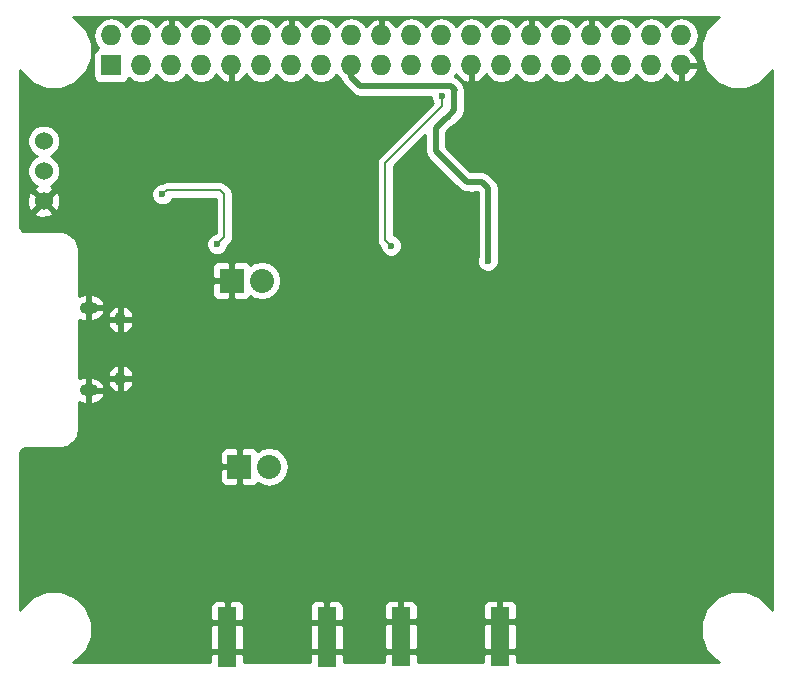
<source format=gbr>
G04 #@! TF.FileFunction,Copper,L2,Bot,Signal*
%FSLAX46Y46*%
G04 Gerber Fmt 4.6, Leading zero omitted, Abs format (unit mm)*
G04 Created by KiCad (PCBNEW 4.0.4-stable) date 04/06/17 21:17:55*
%MOMM*%
%LPD*%
G01*
G04 APERTURE LIST*
%ADD10C,0.100000*%
%ADD11R,1.727200X1.727200*%
%ADD12O,1.727200X1.727200*%
%ADD13O,0.950000X1.250000*%
%ADD14O,1.550000X1.000000*%
%ADD15R,2.032000X2.032000*%
%ADD16O,2.032000X2.032000*%
%ADD17C,1.524000*%
%ADD18R,1.600000X2.500000*%
%ADD19C,0.600000*%
%ADD20C,0.250000*%
%ADD21C,0.200000*%
%ADD22C,0.500000*%
%ADD23C,0.254000*%
G04 APERTURE END LIST*
D10*
D11*
X83110000Y-98290000D03*
D12*
X83110000Y-95750000D03*
X85650000Y-98290000D03*
X85650000Y-95750000D03*
X88190000Y-98290000D03*
X88190000Y-95750000D03*
X90730000Y-98290000D03*
X90730000Y-95750000D03*
X93270000Y-98290000D03*
X93270000Y-95750000D03*
X95810000Y-98290000D03*
X95810000Y-95750000D03*
X98350000Y-98290000D03*
X98350000Y-95750000D03*
X100890000Y-98290000D03*
X100890000Y-95750000D03*
X103430000Y-98290000D03*
X103430000Y-95750000D03*
X105970000Y-98290000D03*
X105970000Y-95750000D03*
X108510000Y-98290000D03*
X108510000Y-95750000D03*
X111050000Y-98290000D03*
X111050000Y-95750000D03*
X113590000Y-98290000D03*
X113590000Y-95750000D03*
X116130000Y-98290000D03*
X116130000Y-95750000D03*
X118670000Y-98290000D03*
X118670000Y-95750000D03*
X121210000Y-98290000D03*
X121210000Y-95750000D03*
X123750000Y-98290000D03*
X123750000Y-95750000D03*
X126290000Y-98290000D03*
X126290000Y-95750000D03*
X128830000Y-98290000D03*
X128830000Y-95750000D03*
X131370000Y-98290000D03*
X131370000Y-95750000D03*
D13*
X83902540Y-119799100D03*
X83902540Y-124799100D03*
D14*
X81202540Y-118799100D03*
X81202540Y-125799100D03*
D15*
X93310000Y-116510000D03*
D16*
X95850000Y-116510000D03*
D17*
X77400000Y-107240000D03*
X77400000Y-104700000D03*
X77400000Y-109780000D03*
D18*
X101350000Y-145450000D03*
X101350000Y-147950000D03*
X92950000Y-145450000D03*
X92950000Y-147950000D03*
X116025000Y-145400000D03*
X116025000Y-147900000D03*
X107625000Y-145400000D03*
X107625000Y-147900000D03*
D15*
X93970000Y-132280000D03*
D16*
X96510000Y-132280000D03*
D19*
X104200000Y-103400000D03*
X99950000Y-107850000D03*
X92600000Y-124100000D03*
X87400000Y-124500000D03*
X105200000Y-112150000D03*
X117450000Y-109650000D03*
X95050000Y-103550000D03*
X95050000Y-107100000D03*
X97600000Y-105250000D03*
X98550000Y-106700000D03*
X100150000Y-109500000D03*
X101800000Y-111400000D03*
X97500000Y-110200000D03*
X92600000Y-125100000D03*
X91700000Y-135300000D03*
X93000000Y-136500000D03*
X117500000Y-112500000D03*
X117000000Y-113500000D03*
X117000000Y-115000000D03*
X117000000Y-116500000D03*
X115500000Y-116500000D03*
X114000000Y-116500000D03*
X113500000Y-117500000D03*
X113500000Y-119000000D03*
X113500000Y-120500000D03*
X113500000Y-122000000D03*
X113500000Y-123500000D03*
X114000000Y-124500000D03*
X115500000Y-124500000D03*
X115500000Y-126000000D03*
X115500000Y-127500000D03*
X114000000Y-127500000D03*
X114000000Y-129000000D03*
X114000000Y-130500000D03*
X115500000Y-130500000D03*
X115500000Y-132500000D03*
X115500000Y-134000000D03*
X114000000Y-134000000D03*
X114000000Y-136000000D03*
X114000000Y-137500000D03*
X114000000Y-139000000D03*
X114000000Y-140500000D03*
X114000000Y-142000000D03*
X114000000Y-143500000D03*
X114000000Y-145000000D03*
X114000000Y-146500000D03*
X114000000Y-148000000D03*
X105500000Y-115500000D03*
X104500000Y-117000000D03*
X103500000Y-118000000D03*
X103500000Y-119500000D03*
X103500000Y-121000000D03*
X103500000Y-122500000D03*
X104500000Y-123000000D03*
X106000000Y-123000000D03*
X107500000Y-120500000D03*
X107500000Y-122000000D03*
X107500000Y-123000000D03*
X107500000Y-124500000D03*
X107500000Y-125500000D03*
X107000000Y-126500000D03*
X106000000Y-127500000D03*
X105000000Y-128500000D03*
X104000000Y-130000000D03*
X103000000Y-131000000D03*
X102000000Y-132000000D03*
X101000000Y-133000000D03*
X100000000Y-134000000D03*
X99000000Y-135000000D03*
X98000000Y-136000000D03*
X97000000Y-137000000D03*
X96000000Y-138000000D03*
X95500000Y-139000000D03*
X95000000Y-140000000D03*
X95000000Y-141500000D03*
X95000000Y-143000000D03*
X95000000Y-144500000D03*
X95000000Y-146500000D03*
X95000000Y-148000000D03*
X109500000Y-148000000D03*
X109500000Y-146500000D03*
X109500000Y-145000000D03*
X110000000Y-144000000D03*
X110000000Y-142500000D03*
X110000000Y-141000000D03*
X110000000Y-139500000D03*
X110000000Y-138000000D03*
X110000000Y-136500000D03*
X110000000Y-135000000D03*
X110000000Y-133500000D03*
X110000000Y-132000000D03*
X110000000Y-130500000D03*
X110000000Y-128500000D03*
X109500000Y-129500000D03*
X108500000Y-130500000D03*
X107500000Y-131500000D03*
X106500000Y-132500000D03*
X105500000Y-133500000D03*
X104500000Y-134500000D03*
X103500000Y-135500000D03*
X102500000Y-136500000D03*
X101500000Y-137500000D03*
X100500000Y-138500000D03*
X99500000Y-139500000D03*
X99000000Y-140500000D03*
X99000000Y-142000000D03*
X99000000Y-143500000D03*
X99000000Y-145000000D03*
X99000000Y-146500000D03*
X99000000Y-148000000D03*
X87450000Y-109200000D03*
X92075000Y-113425000D03*
X115000000Y-114850000D03*
X113600000Y-108150000D03*
X111100000Y-100900000D03*
X106800000Y-113550000D03*
D20*
X104200000Y-105400000D02*
X104200000Y-103400000D01*
X98500000Y-107850000D02*
X99950000Y-107850000D01*
X92700000Y-123000000D02*
X92700000Y-124000000D01*
X92700000Y-124000000D02*
X92600000Y-124100000D01*
X87500000Y-123000000D02*
X87500000Y-124400000D01*
X87500000Y-124400000D02*
X87400000Y-124500000D01*
X117450000Y-109650000D02*
X117450000Y-112450000D01*
X117450000Y-112450000D02*
X117500000Y-112500000D01*
X116025000Y-147900000D02*
X114100000Y-147900000D01*
X117500000Y-113000000D02*
X117500000Y-112500000D01*
X117000000Y-113500000D02*
X117500000Y-113000000D01*
X117000000Y-116500000D02*
X117000000Y-115000000D01*
X114000000Y-116500000D02*
X115500000Y-116500000D01*
X113500000Y-119000000D02*
X113500000Y-117500000D01*
X113500000Y-122000000D02*
X113500000Y-120500000D01*
X113500000Y-124000000D02*
X113500000Y-123500000D01*
X114000000Y-124500000D02*
X113500000Y-124000000D01*
X115500000Y-126000000D02*
X115500000Y-124500000D01*
X114000000Y-127500000D02*
X115500000Y-127500000D01*
X114000000Y-130500000D02*
X114000000Y-129000000D01*
X115500000Y-132500000D02*
X115500000Y-130500000D01*
X114000000Y-134000000D02*
X115500000Y-134000000D01*
X114000000Y-137500000D02*
X114000000Y-136000000D01*
X114000000Y-140500000D02*
X114000000Y-139000000D01*
X114000000Y-143500000D02*
X114000000Y-142000000D01*
X114000000Y-146500000D02*
X114000000Y-145000000D01*
X114100000Y-147900000D02*
X114000000Y-148000000D01*
X105500000Y-116000000D02*
X105500000Y-115500000D01*
X104500000Y-117000000D02*
X105500000Y-116000000D01*
X103500000Y-119500000D02*
X103500000Y-118000000D01*
X103500000Y-122500000D02*
X103500000Y-121000000D01*
X106000000Y-123000000D02*
X104500000Y-123000000D01*
X107500000Y-122000000D02*
X107500000Y-120500000D01*
X107500000Y-124500000D02*
X107500000Y-123000000D01*
X107500000Y-126000000D02*
X107500000Y-125500000D01*
X107000000Y-126500000D02*
X107500000Y-126000000D01*
X105000000Y-128500000D02*
X106000000Y-127500000D01*
X103000000Y-131000000D02*
X104000000Y-130000000D01*
X101000000Y-133000000D02*
X102000000Y-132000000D01*
X99000000Y-135000000D02*
X100000000Y-134000000D01*
X97000000Y-137000000D02*
X98000000Y-136000000D01*
X96000000Y-138500000D02*
X96000000Y-138000000D01*
X95500000Y-139000000D02*
X96000000Y-138500000D01*
X95000000Y-141500000D02*
X95000000Y-140000000D01*
X95000000Y-144500000D02*
X95000000Y-143000000D01*
X95000000Y-148000000D02*
X95000000Y-146500000D01*
X109400000Y-147900000D02*
X107625000Y-147900000D01*
X109500000Y-148000000D02*
X109400000Y-147900000D01*
X109500000Y-145000000D02*
X109500000Y-146500000D01*
X110000000Y-142500000D02*
X110000000Y-144000000D01*
X110000000Y-139500000D02*
X110000000Y-141000000D01*
X110000000Y-136500000D02*
X110000000Y-138000000D01*
X110000000Y-133500000D02*
X110000000Y-135000000D01*
X110000000Y-130500000D02*
X110000000Y-132000000D01*
X110000000Y-129000000D02*
X110000000Y-128500000D01*
X109500000Y-129500000D02*
X110000000Y-129000000D01*
X107500000Y-131500000D02*
X108500000Y-130500000D01*
X105500000Y-133500000D02*
X106500000Y-132500000D01*
X103500000Y-135500000D02*
X104500000Y-134500000D01*
X101500000Y-137500000D02*
X102500000Y-136500000D01*
X99500000Y-139500000D02*
X100500000Y-138500000D01*
X99000000Y-142000000D02*
X99000000Y-140500000D01*
X99000000Y-145000000D02*
X99000000Y-143500000D01*
X99000000Y-148000000D02*
X99000000Y-146500000D01*
D21*
X87450000Y-109200000D02*
X87800000Y-108850000D01*
X87800000Y-108850000D02*
X92350000Y-108850000D01*
X92350000Y-108850000D02*
X92700000Y-109200000D01*
X92700000Y-109200000D02*
X92700000Y-112800000D01*
X92700000Y-112800000D02*
X92075000Y-113425000D01*
D22*
X111550000Y-102700000D02*
X111450000Y-102700000D01*
X112175000Y-102075000D02*
X111550000Y-102700000D01*
X112175000Y-100325000D02*
X112175000Y-102075000D01*
X113200000Y-108150000D02*
X113600000Y-108150000D01*
X110600000Y-105550000D02*
X113200000Y-108150000D01*
X110600000Y-103550000D02*
X110600000Y-105550000D01*
X111450000Y-102700000D02*
X110600000Y-103550000D01*
X113600000Y-108150000D02*
X114500000Y-108150000D01*
X114500000Y-108150000D02*
X115050000Y-108700000D01*
X115050000Y-108700000D02*
X115050000Y-114800000D01*
X115050000Y-114800000D02*
X115000000Y-114850000D01*
X103430000Y-98290000D02*
X103430000Y-99280000D01*
X111900000Y-100050000D02*
X112175000Y-100325000D01*
X112175000Y-100325000D02*
X112200000Y-100350000D01*
X104200000Y-100050000D02*
X111900000Y-100050000D01*
X103430000Y-99280000D02*
X104200000Y-100050000D01*
D21*
X111100000Y-100900000D02*
X111100000Y-101750000D01*
X106325000Y-113075000D02*
X106800000Y-113550000D01*
X106325000Y-106525000D02*
X106325000Y-113075000D01*
X111100000Y-101750000D02*
X106325000Y-106525000D01*
D23*
G36*
X134414439Y-94282687D02*
X133505877Y-95189664D01*
X133013561Y-96375294D01*
X133012441Y-97659074D01*
X133502687Y-98845561D01*
X134409664Y-99754123D01*
X135595294Y-100246439D01*
X136879074Y-100247559D01*
X138065561Y-99757313D01*
X138974123Y-98850336D01*
X139055000Y-98655562D01*
X139055000Y-144382456D01*
X138977313Y-144194439D01*
X138070336Y-143285877D01*
X136884706Y-142793561D01*
X135600926Y-142792441D01*
X134414439Y-143282687D01*
X133505877Y-144189664D01*
X133013561Y-145375294D01*
X133012441Y-146659074D01*
X133502687Y-147845561D01*
X134409664Y-148754123D01*
X134604438Y-148835000D01*
X117460000Y-148835000D01*
X117460000Y-148185750D01*
X117301250Y-148027000D01*
X116152000Y-148027000D01*
X116152000Y-148047000D01*
X115898000Y-148047000D01*
X115898000Y-148027000D01*
X114748750Y-148027000D01*
X114590000Y-148185750D01*
X114590000Y-148835000D01*
X109060000Y-148835000D01*
X109060000Y-148185750D01*
X108901250Y-148027000D01*
X107752000Y-148027000D01*
X107752000Y-148047000D01*
X107498000Y-148047000D01*
X107498000Y-148027000D01*
X106348750Y-148027000D01*
X106190000Y-148185750D01*
X106190000Y-148835000D01*
X102785000Y-148835000D01*
X102785000Y-148235750D01*
X102626250Y-148077000D01*
X101477000Y-148077000D01*
X101477000Y-148097000D01*
X101223000Y-148097000D01*
X101223000Y-148077000D01*
X100073750Y-148077000D01*
X99915000Y-148235750D01*
X99915000Y-148835000D01*
X94385000Y-148835000D01*
X94385000Y-148235750D01*
X94226250Y-148077000D01*
X93077000Y-148077000D01*
X93077000Y-148097000D01*
X92823000Y-148097000D01*
X92823000Y-148077000D01*
X91673750Y-148077000D01*
X91515000Y-148235750D01*
X91515000Y-148835000D01*
X79877544Y-148835000D01*
X80065561Y-148757313D01*
X80974123Y-147850336D01*
X81466439Y-146664706D01*
X81467249Y-145735750D01*
X91515000Y-145735750D01*
X91515000Y-147664250D01*
X91673750Y-147823000D01*
X92823000Y-147823000D01*
X92823000Y-145577000D01*
X93077000Y-145577000D01*
X93077000Y-147823000D01*
X94226250Y-147823000D01*
X94385000Y-147664250D01*
X94385000Y-145735750D01*
X99915000Y-145735750D01*
X99915000Y-147664250D01*
X100073750Y-147823000D01*
X101223000Y-147823000D01*
X101223000Y-145577000D01*
X101477000Y-145577000D01*
X101477000Y-147823000D01*
X102626250Y-147823000D01*
X102785000Y-147664250D01*
X102785000Y-145735750D01*
X102735000Y-145685750D01*
X106190000Y-145685750D01*
X106190000Y-147614250D01*
X106348750Y-147773000D01*
X107498000Y-147773000D01*
X107498000Y-145527000D01*
X107752000Y-145527000D01*
X107752000Y-147773000D01*
X108901250Y-147773000D01*
X109060000Y-147614250D01*
X109060000Y-145685750D01*
X114590000Y-145685750D01*
X114590000Y-147614250D01*
X114748750Y-147773000D01*
X115898000Y-147773000D01*
X115898000Y-145527000D01*
X116152000Y-145527000D01*
X116152000Y-147773000D01*
X117301250Y-147773000D01*
X117460000Y-147614250D01*
X117460000Y-145685750D01*
X117301250Y-145527000D01*
X116152000Y-145527000D01*
X115898000Y-145527000D01*
X114748750Y-145527000D01*
X114590000Y-145685750D01*
X109060000Y-145685750D01*
X108901250Y-145527000D01*
X107752000Y-145527000D01*
X107498000Y-145527000D01*
X106348750Y-145527000D01*
X106190000Y-145685750D01*
X102735000Y-145685750D01*
X102626250Y-145577000D01*
X101477000Y-145577000D01*
X101223000Y-145577000D01*
X100073750Y-145577000D01*
X99915000Y-145735750D01*
X94385000Y-145735750D01*
X94226250Y-145577000D01*
X93077000Y-145577000D01*
X92823000Y-145577000D01*
X91673750Y-145577000D01*
X91515000Y-145735750D01*
X81467249Y-145735750D01*
X81467559Y-145380926D01*
X80977313Y-144194439D01*
X80856775Y-144073690D01*
X91515000Y-144073690D01*
X91515000Y-145164250D01*
X91673750Y-145323000D01*
X92823000Y-145323000D01*
X92823000Y-143723750D01*
X93077000Y-143723750D01*
X93077000Y-145323000D01*
X94226250Y-145323000D01*
X94385000Y-145164250D01*
X94385000Y-144073690D01*
X99915000Y-144073690D01*
X99915000Y-145164250D01*
X100073750Y-145323000D01*
X101223000Y-145323000D01*
X101223000Y-143723750D01*
X101477000Y-143723750D01*
X101477000Y-145323000D01*
X102626250Y-145323000D01*
X102785000Y-145164250D01*
X102785000Y-144073690D01*
X102764290Y-144023690D01*
X106190000Y-144023690D01*
X106190000Y-145114250D01*
X106348750Y-145273000D01*
X107498000Y-145273000D01*
X107498000Y-143673750D01*
X107752000Y-143673750D01*
X107752000Y-145273000D01*
X108901250Y-145273000D01*
X109060000Y-145114250D01*
X109060000Y-144023690D01*
X114590000Y-144023690D01*
X114590000Y-145114250D01*
X114748750Y-145273000D01*
X115898000Y-145273000D01*
X115898000Y-143673750D01*
X116152000Y-143673750D01*
X116152000Y-145273000D01*
X117301250Y-145273000D01*
X117460000Y-145114250D01*
X117460000Y-144023690D01*
X117363327Y-143790301D01*
X117184698Y-143611673D01*
X116951309Y-143515000D01*
X116310750Y-143515000D01*
X116152000Y-143673750D01*
X115898000Y-143673750D01*
X115739250Y-143515000D01*
X115098691Y-143515000D01*
X114865302Y-143611673D01*
X114686673Y-143790301D01*
X114590000Y-144023690D01*
X109060000Y-144023690D01*
X108963327Y-143790301D01*
X108784698Y-143611673D01*
X108551309Y-143515000D01*
X107910750Y-143515000D01*
X107752000Y-143673750D01*
X107498000Y-143673750D01*
X107339250Y-143515000D01*
X106698691Y-143515000D01*
X106465302Y-143611673D01*
X106286673Y-143790301D01*
X106190000Y-144023690D01*
X102764290Y-144023690D01*
X102688327Y-143840301D01*
X102509698Y-143661673D01*
X102276309Y-143565000D01*
X101635750Y-143565000D01*
X101477000Y-143723750D01*
X101223000Y-143723750D01*
X101064250Y-143565000D01*
X100423691Y-143565000D01*
X100190302Y-143661673D01*
X100011673Y-143840301D01*
X99915000Y-144073690D01*
X94385000Y-144073690D01*
X94288327Y-143840301D01*
X94109698Y-143661673D01*
X93876309Y-143565000D01*
X93235750Y-143565000D01*
X93077000Y-143723750D01*
X92823000Y-143723750D01*
X92664250Y-143565000D01*
X92023691Y-143565000D01*
X91790302Y-143661673D01*
X91611673Y-143840301D01*
X91515000Y-144073690D01*
X80856775Y-144073690D01*
X80070336Y-143285877D01*
X78884706Y-142793561D01*
X77600926Y-142792441D01*
X76414439Y-143282687D01*
X75505877Y-144189664D01*
X75425000Y-144384438D01*
X75425000Y-132565750D01*
X92319000Y-132565750D01*
X92319000Y-133422309D01*
X92415673Y-133655698D01*
X92594301Y-133834327D01*
X92827690Y-133931000D01*
X93684250Y-133931000D01*
X93843000Y-133772250D01*
X93843000Y-132407000D01*
X92477750Y-132407000D01*
X92319000Y-132565750D01*
X75425000Y-132565750D01*
X75425000Y-131137691D01*
X92319000Y-131137691D01*
X92319000Y-131994250D01*
X92477750Y-132153000D01*
X93843000Y-132153000D01*
X93843000Y-130787750D01*
X94097000Y-130787750D01*
X94097000Y-132153000D01*
X94117000Y-132153000D01*
X94117000Y-132407000D01*
X94097000Y-132407000D01*
X94097000Y-133772250D01*
X94255750Y-133931000D01*
X95112310Y-133931000D01*
X95345699Y-133834327D01*
X95524327Y-133655698D01*
X95541999Y-133613034D01*
X95878190Y-133837670D01*
X96510000Y-133963345D01*
X97141810Y-133837670D01*
X97677433Y-133479778D01*
X98035325Y-132944155D01*
X98161000Y-132312345D01*
X98161000Y-132247655D01*
X98035325Y-131615845D01*
X97677433Y-131080222D01*
X97141810Y-130722330D01*
X96510000Y-130596655D01*
X95878190Y-130722330D01*
X95541999Y-130946966D01*
X95524327Y-130904302D01*
X95345699Y-130725673D01*
X95112310Y-130629000D01*
X94255750Y-130629000D01*
X94097000Y-130787750D01*
X93843000Y-130787750D01*
X93684250Y-130629000D01*
X92827690Y-130629000D01*
X92594301Y-130725673D01*
X92415673Y-130904302D01*
X92319000Y-131137691D01*
X75425000Y-131137691D01*
X75425000Y-131087466D01*
X75461376Y-130904591D01*
X75526751Y-130806750D01*
X75624590Y-130741376D01*
X75807466Y-130705000D01*
X78740000Y-130705000D01*
X78806170Y-130691838D01*
X78873636Y-130691838D01*
X79256319Y-130615718D01*
X79503248Y-130513437D01*
X79503249Y-130513436D01*
X79827672Y-130296664D01*
X79924453Y-130199883D01*
X79941035Y-130188553D01*
X79950515Y-130173821D01*
X80016664Y-130107672D01*
X80233437Y-129783249D01*
X80275803Y-129680968D01*
X80335718Y-129536319D01*
X80411838Y-129153636D01*
X80411838Y-129086170D01*
X80425000Y-129020000D01*
X80425000Y-126814722D01*
X80800540Y-126934100D01*
X81075540Y-126934100D01*
X81075540Y-125926100D01*
X81329540Y-125926100D01*
X81329540Y-126934100D01*
X81604540Y-126934100D01*
X82029218Y-126799102D01*
X82369908Y-126511863D01*
X82571659Y-126100974D01*
X82445494Y-125926100D01*
X81329540Y-125926100D01*
X81075540Y-125926100D01*
X81055540Y-125926100D01*
X81055540Y-125672100D01*
X81075540Y-125672100D01*
X81075540Y-124664100D01*
X81329540Y-124664100D01*
X81329540Y-125672100D01*
X82445494Y-125672100D01*
X82571659Y-125497226D01*
X82376731Y-125100231D01*
X82801311Y-125100231D01*
X82942972Y-125510149D01*
X83230719Y-125834652D01*
X83604602Y-126018368D01*
X83775540Y-125891834D01*
X83775540Y-124926100D01*
X84029540Y-124926100D01*
X84029540Y-125891834D01*
X84200478Y-126018368D01*
X84574361Y-125834652D01*
X84862108Y-125510149D01*
X85003769Y-125100231D01*
X84855103Y-124926100D01*
X84029540Y-124926100D01*
X83775540Y-124926100D01*
X82949977Y-124926100D01*
X82801311Y-125100231D01*
X82376731Y-125100231D01*
X82369908Y-125086337D01*
X82029218Y-124799098D01*
X81604540Y-124664100D01*
X81329540Y-124664100D01*
X81075540Y-124664100D01*
X80800540Y-124664100D01*
X80425000Y-124783478D01*
X80425000Y-124497969D01*
X82801311Y-124497969D01*
X82949977Y-124672100D01*
X83775540Y-124672100D01*
X83775540Y-123706366D01*
X84029540Y-123706366D01*
X84029540Y-124672100D01*
X84855103Y-124672100D01*
X85003769Y-124497969D01*
X84862108Y-124088051D01*
X84574361Y-123763548D01*
X84200478Y-123579832D01*
X84029540Y-123706366D01*
X83775540Y-123706366D01*
X83604602Y-123579832D01*
X83230719Y-123763548D01*
X82942972Y-124088051D01*
X82801311Y-124497969D01*
X80425000Y-124497969D01*
X80425000Y-120100231D01*
X82801311Y-120100231D01*
X82942972Y-120510149D01*
X83230719Y-120834652D01*
X83604602Y-121018368D01*
X83775540Y-120891834D01*
X83775540Y-119926100D01*
X84029540Y-119926100D01*
X84029540Y-120891834D01*
X84200478Y-121018368D01*
X84574361Y-120834652D01*
X84862108Y-120510149D01*
X85003769Y-120100231D01*
X84855103Y-119926100D01*
X84029540Y-119926100D01*
X83775540Y-119926100D01*
X82949977Y-119926100D01*
X82801311Y-120100231D01*
X80425000Y-120100231D01*
X80425000Y-119814722D01*
X80800540Y-119934100D01*
X81075540Y-119934100D01*
X81075540Y-118926100D01*
X81329540Y-118926100D01*
X81329540Y-119934100D01*
X81604540Y-119934100D01*
X82029218Y-119799102D01*
X82369908Y-119511863D01*
X82376730Y-119497969D01*
X82801311Y-119497969D01*
X82949977Y-119672100D01*
X83775540Y-119672100D01*
X83775540Y-118706366D01*
X84029540Y-118706366D01*
X84029540Y-119672100D01*
X84855103Y-119672100D01*
X85003769Y-119497969D01*
X84862108Y-119088051D01*
X84574361Y-118763548D01*
X84200478Y-118579832D01*
X84029540Y-118706366D01*
X83775540Y-118706366D01*
X83604602Y-118579832D01*
X83230719Y-118763548D01*
X82942972Y-119088051D01*
X82801311Y-119497969D01*
X82376730Y-119497969D01*
X82571659Y-119100974D01*
X82445494Y-118926100D01*
X81329540Y-118926100D01*
X81075540Y-118926100D01*
X81055540Y-118926100D01*
X81055540Y-118672100D01*
X81075540Y-118672100D01*
X81075540Y-117664100D01*
X81329540Y-117664100D01*
X81329540Y-118672100D01*
X82445494Y-118672100D01*
X82571659Y-118497226D01*
X82369908Y-118086337D01*
X82029218Y-117799098D01*
X81604540Y-117664100D01*
X81329540Y-117664100D01*
X81075540Y-117664100D01*
X80800540Y-117664100D01*
X80425000Y-117783478D01*
X80425000Y-116795750D01*
X91659000Y-116795750D01*
X91659000Y-117652309D01*
X91755673Y-117885698D01*
X91934301Y-118064327D01*
X92167690Y-118161000D01*
X93024250Y-118161000D01*
X93183000Y-118002250D01*
X93183000Y-116637000D01*
X91817750Y-116637000D01*
X91659000Y-116795750D01*
X80425000Y-116795750D01*
X80425000Y-115367691D01*
X91659000Y-115367691D01*
X91659000Y-116224250D01*
X91817750Y-116383000D01*
X93183000Y-116383000D01*
X93183000Y-115017750D01*
X93437000Y-115017750D01*
X93437000Y-116383000D01*
X93457000Y-116383000D01*
X93457000Y-116637000D01*
X93437000Y-116637000D01*
X93437000Y-118002250D01*
X93595750Y-118161000D01*
X94452310Y-118161000D01*
X94685699Y-118064327D01*
X94864327Y-117885698D01*
X94881999Y-117843034D01*
X95218190Y-118067670D01*
X95850000Y-118193345D01*
X96481810Y-118067670D01*
X97017433Y-117709778D01*
X97375325Y-117174155D01*
X97501000Y-116542345D01*
X97501000Y-116477655D01*
X97375325Y-115845845D01*
X97017433Y-115310222D01*
X96481810Y-114952330D01*
X95850000Y-114826655D01*
X95218190Y-114952330D01*
X94881999Y-115176966D01*
X94864327Y-115134302D01*
X94685699Y-114955673D01*
X94452310Y-114859000D01*
X93595750Y-114859000D01*
X93437000Y-115017750D01*
X93183000Y-115017750D01*
X93024250Y-114859000D01*
X92167690Y-114859000D01*
X91934301Y-114955673D01*
X91755673Y-115134302D01*
X91659000Y-115367691D01*
X80425000Y-115367691D01*
X80425000Y-114020000D01*
X80411838Y-113953830D01*
X80411838Y-113886364D01*
X80335718Y-113503681D01*
X80259521Y-113319724D01*
X80233437Y-113256751D01*
X80016664Y-112932328D01*
X79968789Y-112884453D01*
X79966994Y-112875590D01*
X79938553Y-112833965D01*
X79896159Y-112806685D01*
X79889830Y-112805494D01*
X79827672Y-112743336D01*
X79503248Y-112526563D01*
X79256319Y-112424282D01*
X78873636Y-112348162D01*
X78806170Y-112348162D01*
X78740000Y-112335000D01*
X75807466Y-112335000D01*
X75624590Y-112298624D01*
X75526751Y-112233250D01*
X75461376Y-112135409D01*
X75425000Y-111952534D01*
X75425000Y-110760213D01*
X76599392Y-110760213D01*
X76668857Y-111002397D01*
X77192302Y-111189144D01*
X77747368Y-111161362D01*
X78131143Y-111002397D01*
X78200608Y-110760213D01*
X77400000Y-109959605D01*
X76599392Y-110760213D01*
X75425000Y-110760213D01*
X75425000Y-109572302D01*
X75990856Y-109572302D01*
X76018638Y-110127368D01*
X76177603Y-110511143D01*
X76419787Y-110580608D01*
X77220395Y-109780000D01*
X77579605Y-109780000D01*
X78380213Y-110580608D01*
X78622397Y-110511143D01*
X78809144Y-109987698D01*
X78781362Y-109432632D01*
X78761702Y-109385167D01*
X86514838Y-109385167D01*
X86656883Y-109728943D01*
X86919673Y-109992192D01*
X87263201Y-110134838D01*
X87635167Y-110135162D01*
X87978943Y-109993117D01*
X88242192Y-109730327D01*
X88302537Y-109585000D01*
X91965000Y-109585000D01*
X91965000Y-112489903D01*
X91889833Y-112489838D01*
X91546057Y-112631883D01*
X91282808Y-112894673D01*
X91140162Y-113238201D01*
X91139838Y-113610167D01*
X91281883Y-113953943D01*
X91544673Y-114217192D01*
X91888201Y-114359838D01*
X92260167Y-114360162D01*
X92603943Y-114218117D01*
X92867192Y-113955327D01*
X93009838Y-113611799D01*
X93009910Y-113529537D01*
X93219723Y-113319724D01*
X93379051Y-113081273D01*
X93400739Y-112972239D01*
X93435000Y-112800000D01*
X93435000Y-109200000D01*
X93379051Y-108918728D01*
X93219724Y-108680277D01*
X92869723Y-108330277D01*
X92631272Y-108170949D01*
X92350000Y-108115000D01*
X87800000Y-108115000D01*
X87518728Y-108170949D01*
X87378065Y-108264937D01*
X87264833Y-108264838D01*
X86921057Y-108406883D01*
X86657808Y-108669673D01*
X86515162Y-109013201D01*
X86514838Y-109385167D01*
X78761702Y-109385167D01*
X78622397Y-109048857D01*
X78380213Y-108979392D01*
X77579605Y-109780000D01*
X77220395Y-109780000D01*
X76419787Y-108979392D01*
X76177603Y-109048857D01*
X75990856Y-109572302D01*
X75425000Y-109572302D01*
X75425000Y-104976661D01*
X76002758Y-104976661D01*
X76214990Y-105490303D01*
X76607630Y-105883629D01*
X76815512Y-105969949D01*
X76609697Y-106054990D01*
X76216371Y-106447630D01*
X76003243Y-106960900D01*
X76002758Y-107516661D01*
X76214990Y-108030303D01*
X76607630Y-108423629D01*
X76799727Y-108503395D01*
X76668857Y-108557603D01*
X76599392Y-108799787D01*
X77400000Y-109600395D01*
X78200608Y-108799787D01*
X78131143Y-108557603D01*
X77990682Y-108507491D01*
X78190303Y-108425010D01*
X78583629Y-108032370D01*
X78796757Y-107519100D01*
X78797242Y-106963339D01*
X78585010Y-106449697D01*
X78192370Y-106056371D01*
X77984488Y-105970051D01*
X78190303Y-105885010D01*
X78583629Y-105492370D01*
X78796757Y-104979100D01*
X78797242Y-104423339D01*
X78585010Y-103909697D01*
X78192370Y-103516371D01*
X77679100Y-103303243D01*
X77123339Y-103302758D01*
X76609697Y-103514990D01*
X76216371Y-103907630D01*
X76003243Y-104420900D01*
X76002758Y-104976661D01*
X75425000Y-104976661D01*
X75425000Y-98657544D01*
X75502687Y-98845561D01*
X76409664Y-99754123D01*
X77595294Y-100246439D01*
X78879074Y-100247559D01*
X80065561Y-99757313D01*
X80974123Y-98850336D01*
X81466439Y-97664706D01*
X81466646Y-97426400D01*
X81598960Y-97426400D01*
X81598960Y-99153600D01*
X81643238Y-99388917D01*
X81782310Y-99605041D01*
X81994510Y-99750031D01*
X82246400Y-99801040D01*
X83973600Y-99801040D01*
X84208917Y-99756762D01*
X84425041Y-99617690D01*
X84570031Y-99405490D01*
X84578864Y-99361869D01*
X84590330Y-99379029D01*
X85076511Y-99703885D01*
X85650000Y-99817959D01*
X86223489Y-99703885D01*
X86709670Y-99379029D01*
X86920000Y-99064248D01*
X87130330Y-99379029D01*
X87616511Y-99703885D01*
X88190000Y-99817959D01*
X88763489Y-99703885D01*
X89249670Y-99379029D01*
X89460000Y-99064248D01*
X89670330Y-99379029D01*
X90156511Y-99703885D01*
X90730000Y-99817959D01*
X91303489Y-99703885D01*
X91789670Y-99379029D01*
X92005664Y-99055772D01*
X92063179Y-99178490D01*
X92495053Y-99572688D01*
X92910974Y-99744958D01*
X93143000Y-99623817D01*
X93143000Y-98417000D01*
X93123000Y-98417000D01*
X93123000Y-98163000D01*
X93143000Y-98163000D01*
X93143000Y-98143000D01*
X93397000Y-98143000D01*
X93397000Y-98163000D01*
X93417000Y-98163000D01*
X93417000Y-98417000D01*
X93397000Y-98417000D01*
X93397000Y-99623817D01*
X93629026Y-99744958D01*
X94044947Y-99572688D01*
X94476821Y-99178490D01*
X94534336Y-99055772D01*
X94750330Y-99379029D01*
X95236511Y-99703885D01*
X95810000Y-99817959D01*
X96383489Y-99703885D01*
X96869670Y-99379029D01*
X97080000Y-99064248D01*
X97290330Y-99379029D01*
X97776511Y-99703885D01*
X98350000Y-99817959D01*
X98923489Y-99703885D01*
X99409670Y-99379029D01*
X99620000Y-99064248D01*
X99830330Y-99379029D01*
X100316511Y-99703885D01*
X100890000Y-99817959D01*
X101463489Y-99703885D01*
X101949670Y-99379029D01*
X102160000Y-99064248D01*
X102370330Y-99379029D01*
X102594491Y-99528809D01*
X102612367Y-99618675D01*
X102734219Y-99801040D01*
X102804210Y-99905790D01*
X103574208Y-100675787D01*
X103574210Y-100675790D01*
X103861325Y-100867633D01*
X104200000Y-100935000D01*
X110164969Y-100935000D01*
X110164838Y-101085167D01*
X110306883Y-101428943D01*
X110344214Y-101466339D01*
X105805277Y-106005277D01*
X105645949Y-106243728D01*
X105590000Y-106525000D01*
X105590000Y-113075000D01*
X105622463Y-113238201D01*
X105645949Y-113356272D01*
X105805277Y-113594723D01*
X105864908Y-113654355D01*
X105864838Y-113735167D01*
X106006883Y-114078943D01*
X106269673Y-114342192D01*
X106613201Y-114484838D01*
X106985167Y-114485162D01*
X107328943Y-114343117D01*
X107592192Y-114080327D01*
X107734838Y-113736799D01*
X107735162Y-113364833D01*
X107593117Y-113021057D01*
X107330327Y-112757808D01*
X107060000Y-112645558D01*
X107060000Y-106829446D01*
X109715000Y-104174447D01*
X109715000Y-105549995D01*
X109714999Y-105550000D01*
X109762739Y-105790000D01*
X109782367Y-105888675D01*
X109921402Y-106096757D01*
X109974210Y-106175790D01*
X112574208Y-108775787D01*
X112574210Y-108775790D01*
X112788133Y-108918728D01*
X112861325Y-108967633D01*
X113200000Y-109035001D01*
X113200005Y-109035000D01*
X113293178Y-109035000D01*
X113413201Y-109084838D01*
X113785167Y-109085162D01*
X113906569Y-109035000D01*
X114133420Y-109035000D01*
X114165000Y-109066579D01*
X114165000Y-114422766D01*
X114065162Y-114663201D01*
X114064838Y-115035167D01*
X114206883Y-115378943D01*
X114469673Y-115642192D01*
X114813201Y-115784838D01*
X115185167Y-115785162D01*
X115528943Y-115643117D01*
X115792192Y-115380327D01*
X115934838Y-115036799D01*
X115935162Y-114664833D01*
X115935000Y-114664441D01*
X115935000Y-108700000D01*
X115867633Y-108361325D01*
X115675790Y-108074210D01*
X115675787Y-108074208D01*
X115125790Y-107524210D01*
X114876750Y-107357808D01*
X114838675Y-107332367D01*
X114782484Y-107321190D01*
X114500000Y-107264999D01*
X114499995Y-107265000D01*
X113906822Y-107265000D01*
X113786799Y-107215162D01*
X113516506Y-107214927D01*
X111485000Y-105183420D01*
X111485000Y-103916580D01*
X111882772Y-103518807D01*
X111888675Y-103517633D01*
X112175790Y-103325790D01*
X112175791Y-103325789D01*
X112800787Y-102700792D01*
X112800790Y-102700790D01*
X112992633Y-102413675D01*
X113060000Y-102075000D01*
X113060000Y-100475682D01*
X113085000Y-100350000D01*
X113017633Y-100011325D01*
X112825789Y-99724210D01*
X112800790Y-99699210D01*
X112800787Y-99699208D01*
X112525790Y-99424210D01*
X112458171Y-99379029D01*
X112238675Y-99232367D01*
X112211304Y-99226923D01*
X112325664Y-99055772D01*
X112383179Y-99178490D01*
X112815053Y-99572688D01*
X113230974Y-99744958D01*
X113463000Y-99623817D01*
X113463000Y-98417000D01*
X113443000Y-98417000D01*
X113443000Y-98163000D01*
X113463000Y-98163000D01*
X113463000Y-98143000D01*
X113717000Y-98143000D01*
X113717000Y-98163000D01*
X113737000Y-98163000D01*
X113737000Y-98417000D01*
X113717000Y-98417000D01*
X113717000Y-99623817D01*
X113949026Y-99744958D01*
X114364947Y-99572688D01*
X114796821Y-99178490D01*
X114854336Y-99055772D01*
X115070330Y-99379029D01*
X115556511Y-99703885D01*
X116130000Y-99817959D01*
X116703489Y-99703885D01*
X117189670Y-99379029D01*
X117400000Y-99064248D01*
X117610330Y-99379029D01*
X118096511Y-99703885D01*
X118670000Y-99817959D01*
X119243489Y-99703885D01*
X119729670Y-99379029D01*
X119940000Y-99064248D01*
X120150330Y-99379029D01*
X120636511Y-99703885D01*
X121210000Y-99817959D01*
X121783489Y-99703885D01*
X122269670Y-99379029D01*
X122480000Y-99064248D01*
X122690330Y-99379029D01*
X123176511Y-99703885D01*
X123750000Y-99817959D01*
X124323489Y-99703885D01*
X124809670Y-99379029D01*
X125020000Y-99064248D01*
X125230330Y-99379029D01*
X125716511Y-99703885D01*
X126290000Y-99817959D01*
X126863489Y-99703885D01*
X127349670Y-99379029D01*
X127560000Y-99064248D01*
X127770330Y-99379029D01*
X128256511Y-99703885D01*
X128830000Y-99817959D01*
X129403489Y-99703885D01*
X129889670Y-99379029D01*
X130105664Y-99055772D01*
X130163179Y-99178490D01*
X130595053Y-99572688D01*
X131010974Y-99744958D01*
X131243000Y-99623817D01*
X131243000Y-98417000D01*
X131497000Y-98417000D01*
X131497000Y-99623817D01*
X131729026Y-99744958D01*
X132144947Y-99572688D01*
X132576821Y-99178490D01*
X132824968Y-98649027D01*
X132704469Y-98417000D01*
X131497000Y-98417000D01*
X131243000Y-98417000D01*
X131223000Y-98417000D01*
X131223000Y-98163000D01*
X131243000Y-98163000D01*
X131243000Y-98143000D01*
X131497000Y-98143000D01*
X131497000Y-98163000D01*
X132704469Y-98163000D01*
X132824968Y-97930973D01*
X132576821Y-97401510D01*
X132158839Y-97019992D01*
X132429670Y-96839029D01*
X132754526Y-96352848D01*
X132868600Y-95779359D01*
X132868600Y-95720641D01*
X132754526Y-95147152D01*
X132429670Y-94660971D01*
X131943489Y-94336115D01*
X131370000Y-94222041D01*
X130796511Y-94336115D01*
X130310330Y-94660971D01*
X130100000Y-94975752D01*
X129889670Y-94660971D01*
X129403489Y-94336115D01*
X128830000Y-94222041D01*
X128256511Y-94336115D01*
X127770330Y-94660971D01*
X127560000Y-94975752D01*
X127349670Y-94660971D01*
X126863489Y-94336115D01*
X126290000Y-94222041D01*
X125716511Y-94336115D01*
X125230330Y-94660971D01*
X125014336Y-94984228D01*
X124956821Y-94861510D01*
X124524947Y-94467312D01*
X124109026Y-94295042D01*
X123877000Y-94416183D01*
X123877000Y-95623000D01*
X123897000Y-95623000D01*
X123897000Y-95877000D01*
X123877000Y-95877000D01*
X123877000Y-95897000D01*
X123623000Y-95897000D01*
X123623000Y-95877000D01*
X123603000Y-95877000D01*
X123603000Y-95623000D01*
X123623000Y-95623000D01*
X123623000Y-94416183D01*
X123390974Y-94295042D01*
X122975053Y-94467312D01*
X122543179Y-94861510D01*
X122485664Y-94984228D01*
X122269670Y-94660971D01*
X121783489Y-94336115D01*
X121210000Y-94222041D01*
X120636511Y-94336115D01*
X120150330Y-94660971D01*
X119934336Y-94984228D01*
X119876821Y-94861510D01*
X119444947Y-94467312D01*
X119029026Y-94295042D01*
X118797000Y-94416183D01*
X118797000Y-95623000D01*
X118817000Y-95623000D01*
X118817000Y-95877000D01*
X118797000Y-95877000D01*
X118797000Y-95897000D01*
X118543000Y-95897000D01*
X118543000Y-95877000D01*
X118523000Y-95877000D01*
X118523000Y-95623000D01*
X118543000Y-95623000D01*
X118543000Y-94416183D01*
X118310974Y-94295042D01*
X117895053Y-94467312D01*
X117463179Y-94861510D01*
X117405664Y-94984228D01*
X117189670Y-94660971D01*
X116703489Y-94336115D01*
X116130000Y-94222041D01*
X115556511Y-94336115D01*
X115070330Y-94660971D01*
X114860000Y-94975752D01*
X114649670Y-94660971D01*
X114163489Y-94336115D01*
X113590000Y-94222041D01*
X113016511Y-94336115D01*
X112530330Y-94660971D01*
X112320000Y-94975752D01*
X112109670Y-94660971D01*
X111623489Y-94336115D01*
X111050000Y-94222041D01*
X110476511Y-94336115D01*
X109990330Y-94660971D01*
X109780000Y-94975752D01*
X109569670Y-94660971D01*
X109083489Y-94336115D01*
X108510000Y-94222041D01*
X107936511Y-94336115D01*
X107450330Y-94660971D01*
X107234336Y-94984228D01*
X107176821Y-94861510D01*
X106744947Y-94467312D01*
X106329026Y-94295042D01*
X106097000Y-94416183D01*
X106097000Y-95623000D01*
X106117000Y-95623000D01*
X106117000Y-95877000D01*
X106097000Y-95877000D01*
X106097000Y-95897000D01*
X105843000Y-95897000D01*
X105843000Y-95877000D01*
X105823000Y-95877000D01*
X105823000Y-95623000D01*
X105843000Y-95623000D01*
X105843000Y-94416183D01*
X105610974Y-94295042D01*
X105195053Y-94467312D01*
X104763179Y-94861510D01*
X104705664Y-94984228D01*
X104489670Y-94660971D01*
X104003489Y-94336115D01*
X103430000Y-94222041D01*
X102856511Y-94336115D01*
X102370330Y-94660971D01*
X102160000Y-94975752D01*
X101949670Y-94660971D01*
X101463489Y-94336115D01*
X100890000Y-94222041D01*
X100316511Y-94336115D01*
X99830330Y-94660971D01*
X99614336Y-94984228D01*
X99556821Y-94861510D01*
X99124947Y-94467312D01*
X98709026Y-94295042D01*
X98477000Y-94416183D01*
X98477000Y-95623000D01*
X98497000Y-95623000D01*
X98497000Y-95877000D01*
X98477000Y-95877000D01*
X98477000Y-95897000D01*
X98223000Y-95897000D01*
X98223000Y-95877000D01*
X98203000Y-95877000D01*
X98203000Y-95623000D01*
X98223000Y-95623000D01*
X98223000Y-94416183D01*
X97990974Y-94295042D01*
X97575053Y-94467312D01*
X97143179Y-94861510D01*
X97085664Y-94984228D01*
X96869670Y-94660971D01*
X96383489Y-94336115D01*
X95810000Y-94222041D01*
X95236511Y-94336115D01*
X94750330Y-94660971D01*
X94540000Y-94975752D01*
X94329670Y-94660971D01*
X93843489Y-94336115D01*
X93270000Y-94222041D01*
X92696511Y-94336115D01*
X92210330Y-94660971D01*
X92000000Y-94975752D01*
X91789670Y-94660971D01*
X91303489Y-94336115D01*
X90730000Y-94222041D01*
X90156511Y-94336115D01*
X89670330Y-94660971D01*
X89454336Y-94984228D01*
X89396821Y-94861510D01*
X88964947Y-94467312D01*
X88549026Y-94295042D01*
X88317000Y-94416183D01*
X88317000Y-95623000D01*
X88337000Y-95623000D01*
X88337000Y-95877000D01*
X88317000Y-95877000D01*
X88317000Y-95897000D01*
X88063000Y-95897000D01*
X88063000Y-95877000D01*
X88043000Y-95877000D01*
X88043000Y-95623000D01*
X88063000Y-95623000D01*
X88063000Y-94416183D01*
X87830974Y-94295042D01*
X87415053Y-94467312D01*
X86983179Y-94861510D01*
X86925664Y-94984228D01*
X86709670Y-94660971D01*
X86223489Y-94336115D01*
X85650000Y-94222041D01*
X85076511Y-94336115D01*
X84590330Y-94660971D01*
X84380000Y-94975752D01*
X84169670Y-94660971D01*
X83683489Y-94336115D01*
X83110000Y-94222041D01*
X82536511Y-94336115D01*
X82050330Y-94660971D01*
X81725474Y-95147152D01*
X81611400Y-95720641D01*
X81611400Y-95779359D01*
X81725474Y-96352848D01*
X82036574Y-96818442D01*
X82011083Y-96823238D01*
X81794959Y-96962310D01*
X81649969Y-97174510D01*
X81598960Y-97426400D01*
X81466646Y-97426400D01*
X81467559Y-96380926D01*
X80977313Y-95194439D01*
X80070336Y-94285877D01*
X79875562Y-94205000D01*
X134602456Y-94205000D01*
X134414439Y-94282687D01*
X134414439Y-94282687D01*
G37*
X134414439Y-94282687D02*
X133505877Y-95189664D01*
X133013561Y-96375294D01*
X133012441Y-97659074D01*
X133502687Y-98845561D01*
X134409664Y-99754123D01*
X135595294Y-100246439D01*
X136879074Y-100247559D01*
X138065561Y-99757313D01*
X138974123Y-98850336D01*
X139055000Y-98655562D01*
X139055000Y-144382456D01*
X138977313Y-144194439D01*
X138070336Y-143285877D01*
X136884706Y-142793561D01*
X135600926Y-142792441D01*
X134414439Y-143282687D01*
X133505877Y-144189664D01*
X133013561Y-145375294D01*
X133012441Y-146659074D01*
X133502687Y-147845561D01*
X134409664Y-148754123D01*
X134604438Y-148835000D01*
X117460000Y-148835000D01*
X117460000Y-148185750D01*
X117301250Y-148027000D01*
X116152000Y-148027000D01*
X116152000Y-148047000D01*
X115898000Y-148047000D01*
X115898000Y-148027000D01*
X114748750Y-148027000D01*
X114590000Y-148185750D01*
X114590000Y-148835000D01*
X109060000Y-148835000D01*
X109060000Y-148185750D01*
X108901250Y-148027000D01*
X107752000Y-148027000D01*
X107752000Y-148047000D01*
X107498000Y-148047000D01*
X107498000Y-148027000D01*
X106348750Y-148027000D01*
X106190000Y-148185750D01*
X106190000Y-148835000D01*
X102785000Y-148835000D01*
X102785000Y-148235750D01*
X102626250Y-148077000D01*
X101477000Y-148077000D01*
X101477000Y-148097000D01*
X101223000Y-148097000D01*
X101223000Y-148077000D01*
X100073750Y-148077000D01*
X99915000Y-148235750D01*
X99915000Y-148835000D01*
X94385000Y-148835000D01*
X94385000Y-148235750D01*
X94226250Y-148077000D01*
X93077000Y-148077000D01*
X93077000Y-148097000D01*
X92823000Y-148097000D01*
X92823000Y-148077000D01*
X91673750Y-148077000D01*
X91515000Y-148235750D01*
X91515000Y-148835000D01*
X79877544Y-148835000D01*
X80065561Y-148757313D01*
X80974123Y-147850336D01*
X81466439Y-146664706D01*
X81467249Y-145735750D01*
X91515000Y-145735750D01*
X91515000Y-147664250D01*
X91673750Y-147823000D01*
X92823000Y-147823000D01*
X92823000Y-145577000D01*
X93077000Y-145577000D01*
X93077000Y-147823000D01*
X94226250Y-147823000D01*
X94385000Y-147664250D01*
X94385000Y-145735750D01*
X99915000Y-145735750D01*
X99915000Y-147664250D01*
X100073750Y-147823000D01*
X101223000Y-147823000D01*
X101223000Y-145577000D01*
X101477000Y-145577000D01*
X101477000Y-147823000D01*
X102626250Y-147823000D01*
X102785000Y-147664250D01*
X102785000Y-145735750D01*
X102735000Y-145685750D01*
X106190000Y-145685750D01*
X106190000Y-147614250D01*
X106348750Y-147773000D01*
X107498000Y-147773000D01*
X107498000Y-145527000D01*
X107752000Y-145527000D01*
X107752000Y-147773000D01*
X108901250Y-147773000D01*
X109060000Y-147614250D01*
X109060000Y-145685750D01*
X114590000Y-145685750D01*
X114590000Y-147614250D01*
X114748750Y-147773000D01*
X115898000Y-147773000D01*
X115898000Y-145527000D01*
X116152000Y-145527000D01*
X116152000Y-147773000D01*
X117301250Y-147773000D01*
X117460000Y-147614250D01*
X117460000Y-145685750D01*
X117301250Y-145527000D01*
X116152000Y-145527000D01*
X115898000Y-145527000D01*
X114748750Y-145527000D01*
X114590000Y-145685750D01*
X109060000Y-145685750D01*
X108901250Y-145527000D01*
X107752000Y-145527000D01*
X107498000Y-145527000D01*
X106348750Y-145527000D01*
X106190000Y-145685750D01*
X102735000Y-145685750D01*
X102626250Y-145577000D01*
X101477000Y-145577000D01*
X101223000Y-145577000D01*
X100073750Y-145577000D01*
X99915000Y-145735750D01*
X94385000Y-145735750D01*
X94226250Y-145577000D01*
X93077000Y-145577000D01*
X92823000Y-145577000D01*
X91673750Y-145577000D01*
X91515000Y-145735750D01*
X81467249Y-145735750D01*
X81467559Y-145380926D01*
X80977313Y-144194439D01*
X80856775Y-144073690D01*
X91515000Y-144073690D01*
X91515000Y-145164250D01*
X91673750Y-145323000D01*
X92823000Y-145323000D01*
X92823000Y-143723750D01*
X93077000Y-143723750D01*
X93077000Y-145323000D01*
X94226250Y-145323000D01*
X94385000Y-145164250D01*
X94385000Y-144073690D01*
X99915000Y-144073690D01*
X99915000Y-145164250D01*
X100073750Y-145323000D01*
X101223000Y-145323000D01*
X101223000Y-143723750D01*
X101477000Y-143723750D01*
X101477000Y-145323000D01*
X102626250Y-145323000D01*
X102785000Y-145164250D01*
X102785000Y-144073690D01*
X102764290Y-144023690D01*
X106190000Y-144023690D01*
X106190000Y-145114250D01*
X106348750Y-145273000D01*
X107498000Y-145273000D01*
X107498000Y-143673750D01*
X107752000Y-143673750D01*
X107752000Y-145273000D01*
X108901250Y-145273000D01*
X109060000Y-145114250D01*
X109060000Y-144023690D01*
X114590000Y-144023690D01*
X114590000Y-145114250D01*
X114748750Y-145273000D01*
X115898000Y-145273000D01*
X115898000Y-143673750D01*
X116152000Y-143673750D01*
X116152000Y-145273000D01*
X117301250Y-145273000D01*
X117460000Y-145114250D01*
X117460000Y-144023690D01*
X117363327Y-143790301D01*
X117184698Y-143611673D01*
X116951309Y-143515000D01*
X116310750Y-143515000D01*
X116152000Y-143673750D01*
X115898000Y-143673750D01*
X115739250Y-143515000D01*
X115098691Y-143515000D01*
X114865302Y-143611673D01*
X114686673Y-143790301D01*
X114590000Y-144023690D01*
X109060000Y-144023690D01*
X108963327Y-143790301D01*
X108784698Y-143611673D01*
X108551309Y-143515000D01*
X107910750Y-143515000D01*
X107752000Y-143673750D01*
X107498000Y-143673750D01*
X107339250Y-143515000D01*
X106698691Y-143515000D01*
X106465302Y-143611673D01*
X106286673Y-143790301D01*
X106190000Y-144023690D01*
X102764290Y-144023690D01*
X102688327Y-143840301D01*
X102509698Y-143661673D01*
X102276309Y-143565000D01*
X101635750Y-143565000D01*
X101477000Y-143723750D01*
X101223000Y-143723750D01*
X101064250Y-143565000D01*
X100423691Y-143565000D01*
X100190302Y-143661673D01*
X100011673Y-143840301D01*
X99915000Y-144073690D01*
X94385000Y-144073690D01*
X94288327Y-143840301D01*
X94109698Y-143661673D01*
X93876309Y-143565000D01*
X93235750Y-143565000D01*
X93077000Y-143723750D01*
X92823000Y-143723750D01*
X92664250Y-143565000D01*
X92023691Y-143565000D01*
X91790302Y-143661673D01*
X91611673Y-143840301D01*
X91515000Y-144073690D01*
X80856775Y-144073690D01*
X80070336Y-143285877D01*
X78884706Y-142793561D01*
X77600926Y-142792441D01*
X76414439Y-143282687D01*
X75505877Y-144189664D01*
X75425000Y-144384438D01*
X75425000Y-132565750D01*
X92319000Y-132565750D01*
X92319000Y-133422309D01*
X92415673Y-133655698D01*
X92594301Y-133834327D01*
X92827690Y-133931000D01*
X93684250Y-133931000D01*
X93843000Y-133772250D01*
X93843000Y-132407000D01*
X92477750Y-132407000D01*
X92319000Y-132565750D01*
X75425000Y-132565750D01*
X75425000Y-131137691D01*
X92319000Y-131137691D01*
X92319000Y-131994250D01*
X92477750Y-132153000D01*
X93843000Y-132153000D01*
X93843000Y-130787750D01*
X94097000Y-130787750D01*
X94097000Y-132153000D01*
X94117000Y-132153000D01*
X94117000Y-132407000D01*
X94097000Y-132407000D01*
X94097000Y-133772250D01*
X94255750Y-133931000D01*
X95112310Y-133931000D01*
X95345699Y-133834327D01*
X95524327Y-133655698D01*
X95541999Y-133613034D01*
X95878190Y-133837670D01*
X96510000Y-133963345D01*
X97141810Y-133837670D01*
X97677433Y-133479778D01*
X98035325Y-132944155D01*
X98161000Y-132312345D01*
X98161000Y-132247655D01*
X98035325Y-131615845D01*
X97677433Y-131080222D01*
X97141810Y-130722330D01*
X96510000Y-130596655D01*
X95878190Y-130722330D01*
X95541999Y-130946966D01*
X95524327Y-130904302D01*
X95345699Y-130725673D01*
X95112310Y-130629000D01*
X94255750Y-130629000D01*
X94097000Y-130787750D01*
X93843000Y-130787750D01*
X93684250Y-130629000D01*
X92827690Y-130629000D01*
X92594301Y-130725673D01*
X92415673Y-130904302D01*
X92319000Y-131137691D01*
X75425000Y-131137691D01*
X75425000Y-131087466D01*
X75461376Y-130904591D01*
X75526751Y-130806750D01*
X75624590Y-130741376D01*
X75807466Y-130705000D01*
X78740000Y-130705000D01*
X78806170Y-130691838D01*
X78873636Y-130691838D01*
X79256319Y-130615718D01*
X79503248Y-130513437D01*
X79503249Y-130513436D01*
X79827672Y-130296664D01*
X79924453Y-130199883D01*
X79941035Y-130188553D01*
X79950515Y-130173821D01*
X80016664Y-130107672D01*
X80233437Y-129783249D01*
X80275803Y-129680968D01*
X80335718Y-129536319D01*
X80411838Y-129153636D01*
X80411838Y-129086170D01*
X80425000Y-129020000D01*
X80425000Y-126814722D01*
X80800540Y-126934100D01*
X81075540Y-126934100D01*
X81075540Y-125926100D01*
X81329540Y-125926100D01*
X81329540Y-126934100D01*
X81604540Y-126934100D01*
X82029218Y-126799102D01*
X82369908Y-126511863D01*
X82571659Y-126100974D01*
X82445494Y-125926100D01*
X81329540Y-125926100D01*
X81075540Y-125926100D01*
X81055540Y-125926100D01*
X81055540Y-125672100D01*
X81075540Y-125672100D01*
X81075540Y-124664100D01*
X81329540Y-124664100D01*
X81329540Y-125672100D01*
X82445494Y-125672100D01*
X82571659Y-125497226D01*
X82376731Y-125100231D01*
X82801311Y-125100231D01*
X82942972Y-125510149D01*
X83230719Y-125834652D01*
X83604602Y-126018368D01*
X83775540Y-125891834D01*
X83775540Y-124926100D01*
X84029540Y-124926100D01*
X84029540Y-125891834D01*
X84200478Y-126018368D01*
X84574361Y-125834652D01*
X84862108Y-125510149D01*
X85003769Y-125100231D01*
X84855103Y-124926100D01*
X84029540Y-124926100D01*
X83775540Y-124926100D01*
X82949977Y-124926100D01*
X82801311Y-125100231D01*
X82376731Y-125100231D01*
X82369908Y-125086337D01*
X82029218Y-124799098D01*
X81604540Y-124664100D01*
X81329540Y-124664100D01*
X81075540Y-124664100D01*
X80800540Y-124664100D01*
X80425000Y-124783478D01*
X80425000Y-124497969D01*
X82801311Y-124497969D01*
X82949977Y-124672100D01*
X83775540Y-124672100D01*
X83775540Y-123706366D01*
X84029540Y-123706366D01*
X84029540Y-124672100D01*
X84855103Y-124672100D01*
X85003769Y-124497969D01*
X84862108Y-124088051D01*
X84574361Y-123763548D01*
X84200478Y-123579832D01*
X84029540Y-123706366D01*
X83775540Y-123706366D01*
X83604602Y-123579832D01*
X83230719Y-123763548D01*
X82942972Y-124088051D01*
X82801311Y-124497969D01*
X80425000Y-124497969D01*
X80425000Y-120100231D01*
X82801311Y-120100231D01*
X82942972Y-120510149D01*
X83230719Y-120834652D01*
X83604602Y-121018368D01*
X83775540Y-120891834D01*
X83775540Y-119926100D01*
X84029540Y-119926100D01*
X84029540Y-120891834D01*
X84200478Y-121018368D01*
X84574361Y-120834652D01*
X84862108Y-120510149D01*
X85003769Y-120100231D01*
X84855103Y-119926100D01*
X84029540Y-119926100D01*
X83775540Y-119926100D01*
X82949977Y-119926100D01*
X82801311Y-120100231D01*
X80425000Y-120100231D01*
X80425000Y-119814722D01*
X80800540Y-119934100D01*
X81075540Y-119934100D01*
X81075540Y-118926100D01*
X81329540Y-118926100D01*
X81329540Y-119934100D01*
X81604540Y-119934100D01*
X82029218Y-119799102D01*
X82369908Y-119511863D01*
X82376730Y-119497969D01*
X82801311Y-119497969D01*
X82949977Y-119672100D01*
X83775540Y-119672100D01*
X83775540Y-118706366D01*
X84029540Y-118706366D01*
X84029540Y-119672100D01*
X84855103Y-119672100D01*
X85003769Y-119497969D01*
X84862108Y-119088051D01*
X84574361Y-118763548D01*
X84200478Y-118579832D01*
X84029540Y-118706366D01*
X83775540Y-118706366D01*
X83604602Y-118579832D01*
X83230719Y-118763548D01*
X82942972Y-119088051D01*
X82801311Y-119497969D01*
X82376730Y-119497969D01*
X82571659Y-119100974D01*
X82445494Y-118926100D01*
X81329540Y-118926100D01*
X81075540Y-118926100D01*
X81055540Y-118926100D01*
X81055540Y-118672100D01*
X81075540Y-118672100D01*
X81075540Y-117664100D01*
X81329540Y-117664100D01*
X81329540Y-118672100D01*
X82445494Y-118672100D01*
X82571659Y-118497226D01*
X82369908Y-118086337D01*
X82029218Y-117799098D01*
X81604540Y-117664100D01*
X81329540Y-117664100D01*
X81075540Y-117664100D01*
X80800540Y-117664100D01*
X80425000Y-117783478D01*
X80425000Y-116795750D01*
X91659000Y-116795750D01*
X91659000Y-117652309D01*
X91755673Y-117885698D01*
X91934301Y-118064327D01*
X92167690Y-118161000D01*
X93024250Y-118161000D01*
X93183000Y-118002250D01*
X93183000Y-116637000D01*
X91817750Y-116637000D01*
X91659000Y-116795750D01*
X80425000Y-116795750D01*
X80425000Y-115367691D01*
X91659000Y-115367691D01*
X91659000Y-116224250D01*
X91817750Y-116383000D01*
X93183000Y-116383000D01*
X93183000Y-115017750D01*
X93437000Y-115017750D01*
X93437000Y-116383000D01*
X93457000Y-116383000D01*
X93457000Y-116637000D01*
X93437000Y-116637000D01*
X93437000Y-118002250D01*
X93595750Y-118161000D01*
X94452310Y-118161000D01*
X94685699Y-118064327D01*
X94864327Y-117885698D01*
X94881999Y-117843034D01*
X95218190Y-118067670D01*
X95850000Y-118193345D01*
X96481810Y-118067670D01*
X97017433Y-117709778D01*
X97375325Y-117174155D01*
X97501000Y-116542345D01*
X97501000Y-116477655D01*
X97375325Y-115845845D01*
X97017433Y-115310222D01*
X96481810Y-114952330D01*
X95850000Y-114826655D01*
X95218190Y-114952330D01*
X94881999Y-115176966D01*
X94864327Y-115134302D01*
X94685699Y-114955673D01*
X94452310Y-114859000D01*
X93595750Y-114859000D01*
X93437000Y-115017750D01*
X93183000Y-115017750D01*
X93024250Y-114859000D01*
X92167690Y-114859000D01*
X91934301Y-114955673D01*
X91755673Y-115134302D01*
X91659000Y-115367691D01*
X80425000Y-115367691D01*
X80425000Y-114020000D01*
X80411838Y-113953830D01*
X80411838Y-113886364D01*
X80335718Y-113503681D01*
X80259521Y-113319724D01*
X80233437Y-113256751D01*
X80016664Y-112932328D01*
X79968789Y-112884453D01*
X79966994Y-112875590D01*
X79938553Y-112833965D01*
X79896159Y-112806685D01*
X79889830Y-112805494D01*
X79827672Y-112743336D01*
X79503248Y-112526563D01*
X79256319Y-112424282D01*
X78873636Y-112348162D01*
X78806170Y-112348162D01*
X78740000Y-112335000D01*
X75807466Y-112335000D01*
X75624590Y-112298624D01*
X75526751Y-112233250D01*
X75461376Y-112135409D01*
X75425000Y-111952534D01*
X75425000Y-110760213D01*
X76599392Y-110760213D01*
X76668857Y-111002397D01*
X77192302Y-111189144D01*
X77747368Y-111161362D01*
X78131143Y-111002397D01*
X78200608Y-110760213D01*
X77400000Y-109959605D01*
X76599392Y-110760213D01*
X75425000Y-110760213D01*
X75425000Y-109572302D01*
X75990856Y-109572302D01*
X76018638Y-110127368D01*
X76177603Y-110511143D01*
X76419787Y-110580608D01*
X77220395Y-109780000D01*
X77579605Y-109780000D01*
X78380213Y-110580608D01*
X78622397Y-110511143D01*
X78809144Y-109987698D01*
X78781362Y-109432632D01*
X78761702Y-109385167D01*
X86514838Y-109385167D01*
X86656883Y-109728943D01*
X86919673Y-109992192D01*
X87263201Y-110134838D01*
X87635167Y-110135162D01*
X87978943Y-109993117D01*
X88242192Y-109730327D01*
X88302537Y-109585000D01*
X91965000Y-109585000D01*
X91965000Y-112489903D01*
X91889833Y-112489838D01*
X91546057Y-112631883D01*
X91282808Y-112894673D01*
X91140162Y-113238201D01*
X91139838Y-113610167D01*
X91281883Y-113953943D01*
X91544673Y-114217192D01*
X91888201Y-114359838D01*
X92260167Y-114360162D01*
X92603943Y-114218117D01*
X92867192Y-113955327D01*
X93009838Y-113611799D01*
X93009910Y-113529537D01*
X93219723Y-113319724D01*
X93379051Y-113081273D01*
X93400739Y-112972239D01*
X93435000Y-112800000D01*
X93435000Y-109200000D01*
X93379051Y-108918728D01*
X93219724Y-108680277D01*
X92869723Y-108330277D01*
X92631272Y-108170949D01*
X92350000Y-108115000D01*
X87800000Y-108115000D01*
X87518728Y-108170949D01*
X87378065Y-108264937D01*
X87264833Y-108264838D01*
X86921057Y-108406883D01*
X86657808Y-108669673D01*
X86515162Y-109013201D01*
X86514838Y-109385167D01*
X78761702Y-109385167D01*
X78622397Y-109048857D01*
X78380213Y-108979392D01*
X77579605Y-109780000D01*
X77220395Y-109780000D01*
X76419787Y-108979392D01*
X76177603Y-109048857D01*
X75990856Y-109572302D01*
X75425000Y-109572302D01*
X75425000Y-104976661D01*
X76002758Y-104976661D01*
X76214990Y-105490303D01*
X76607630Y-105883629D01*
X76815512Y-105969949D01*
X76609697Y-106054990D01*
X76216371Y-106447630D01*
X76003243Y-106960900D01*
X76002758Y-107516661D01*
X76214990Y-108030303D01*
X76607630Y-108423629D01*
X76799727Y-108503395D01*
X76668857Y-108557603D01*
X76599392Y-108799787D01*
X77400000Y-109600395D01*
X78200608Y-108799787D01*
X78131143Y-108557603D01*
X77990682Y-108507491D01*
X78190303Y-108425010D01*
X78583629Y-108032370D01*
X78796757Y-107519100D01*
X78797242Y-106963339D01*
X78585010Y-106449697D01*
X78192370Y-106056371D01*
X77984488Y-105970051D01*
X78190303Y-105885010D01*
X78583629Y-105492370D01*
X78796757Y-104979100D01*
X78797242Y-104423339D01*
X78585010Y-103909697D01*
X78192370Y-103516371D01*
X77679100Y-103303243D01*
X77123339Y-103302758D01*
X76609697Y-103514990D01*
X76216371Y-103907630D01*
X76003243Y-104420900D01*
X76002758Y-104976661D01*
X75425000Y-104976661D01*
X75425000Y-98657544D01*
X75502687Y-98845561D01*
X76409664Y-99754123D01*
X77595294Y-100246439D01*
X78879074Y-100247559D01*
X80065561Y-99757313D01*
X80974123Y-98850336D01*
X81466439Y-97664706D01*
X81466646Y-97426400D01*
X81598960Y-97426400D01*
X81598960Y-99153600D01*
X81643238Y-99388917D01*
X81782310Y-99605041D01*
X81994510Y-99750031D01*
X82246400Y-99801040D01*
X83973600Y-99801040D01*
X84208917Y-99756762D01*
X84425041Y-99617690D01*
X84570031Y-99405490D01*
X84578864Y-99361869D01*
X84590330Y-99379029D01*
X85076511Y-99703885D01*
X85650000Y-99817959D01*
X86223489Y-99703885D01*
X86709670Y-99379029D01*
X86920000Y-99064248D01*
X87130330Y-99379029D01*
X87616511Y-99703885D01*
X88190000Y-99817959D01*
X88763489Y-99703885D01*
X89249670Y-99379029D01*
X89460000Y-99064248D01*
X89670330Y-99379029D01*
X90156511Y-99703885D01*
X90730000Y-99817959D01*
X91303489Y-99703885D01*
X91789670Y-99379029D01*
X92005664Y-99055772D01*
X92063179Y-99178490D01*
X92495053Y-99572688D01*
X92910974Y-99744958D01*
X93143000Y-99623817D01*
X93143000Y-98417000D01*
X93123000Y-98417000D01*
X93123000Y-98163000D01*
X93143000Y-98163000D01*
X93143000Y-98143000D01*
X93397000Y-98143000D01*
X93397000Y-98163000D01*
X93417000Y-98163000D01*
X93417000Y-98417000D01*
X93397000Y-98417000D01*
X93397000Y-99623817D01*
X93629026Y-99744958D01*
X94044947Y-99572688D01*
X94476821Y-99178490D01*
X94534336Y-99055772D01*
X94750330Y-99379029D01*
X95236511Y-99703885D01*
X95810000Y-99817959D01*
X96383489Y-99703885D01*
X96869670Y-99379029D01*
X97080000Y-99064248D01*
X97290330Y-99379029D01*
X97776511Y-99703885D01*
X98350000Y-99817959D01*
X98923489Y-99703885D01*
X99409670Y-99379029D01*
X99620000Y-99064248D01*
X99830330Y-99379029D01*
X100316511Y-99703885D01*
X100890000Y-99817959D01*
X101463489Y-99703885D01*
X101949670Y-99379029D01*
X102160000Y-99064248D01*
X102370330Y-99379029D01*
X102594491Y-99528809D01*
X102612367Y-99618675D01*
X102734219Y-99801040D01*
X102804210Y-99905790D01*
X103574208Y-100675787D01*
X103574210Y-100675790D01*
X103861325Y-100867633D01*
X104200000Y-100935000D01*
X110164969Y-100935000D01*
X110164838Y-101085167D01*
X110306883Y-101428943D01*
X110344214Y-101466339D01*
X105805277Y-106005277D01*
X105645949Y-106243728D01*
X105590000Y-106525000D01*
X105590000Y-113075000D01*
X105622463Y-113238201D01*
X105645949Y-113356272D01*
X105805277Y-113594723D01*
X105864908Y-113654355D01*
X105864838Y-113735167D01*
X106006883Y-114078943D01*
X106269673Y-114342192D01*
X106613201Y-114484838D01*
X106985167Y-114485162D01*
X107328943Y-114343117D01*
X107592192Y-114080327D01*
X107734838Y-113736799D01*
X107735162Y-113364833D01*
X107593117Y-113021057D01*
X107330327Y-112757808D01*
X107060000Y-112645558D01*
X107060000Y-106829446D01*
X109715000Y-104174447D01*
X109715000Y-105549995D01*
X109714999Y-105550000D01*
X109762739Y-105790000D01*
X109782367Y-105888675D01*
X109921402Y-106096757D01*
X109974210Y-106175790D01*
X112574208Y-108775787D01*
X112574210Y-108775790D01*
X112788133Y-108918728D01*
X112861325Y-108967633D01*
X113200000Y-109035001D01*
X113200005Y-109035000D01*
X113293178Y-109035000D01*
X113413201Y-109084838D01*
X113785167Y-109085162D01*
X113906569Y-109035000D01*
X114133420Y-109035000D01*
X114165000Y-109066579D01*
X114165000Y-114422766D01*
X114065162Y-114663201D01*
X114064838Y-115035167D01*
X114206883Y-115378943D01*
X114469673Y-115642192D01*
X114813201Y-115784838D01*
X115185167Y-115785162D01*
X115528943Y-115643117D01*
X115792192Y-115380327D01*
X115934838Y-115036799D01*
X115935162Y-114664833D01*
X115935000Y-114664441D01*
X115935000Y-108700000D01*
X115867633Y-108361325D01*
X115675790Y-108074210D01*
X115675787Y-108074208D01*
X115125790Y-107524210D01*
X114876750Y-107357808D01*
X114838675Y-107332367D01*
X114782484Y-107321190D01*
X114500000Y-107264999D01*
X114499995Y-107265000D01*
X113906822Y-107265000D01*
X113786799Y-107215162D01*
X113516506Y-107214927D01*
X111485000Y-105183420D01*
X111485000Y-103916580D01*
X111882772Y-103518807D01*
X111888675Y-103517633D01*
X112175790Y-103325790D01*
X112175791Y-103325789D01*
X112800787Y-102700792D01*
X112800790Y-102700790D01*
X112992633Y-102413675D01*
X113060000Y-102075000D01*
X113060000Y-100475682D01*
X113085000Y-100350000D01*
X113017633Y-100011325D01*
X112825789Y-99724210D01*
X112800790Y-99699210D01*
X112800787Y-99699208D01*
X112525790Y-99424210D01*
X112458171Y-99379029D01*
X112238675Y-99232367D01*
X112211304Y-99226923D01*
X112325664Y-99055772D01*
X112383179Y-99178490D01*
X112815053Y-99572688D01*
X113230974Y-99744958D01*
X113463000Y-99623817D01*
X113463000Y-98417000D01*
X113443000Y-98417000D01*
X113443000Y-98163000D01*
X113463000Y-98163000D01*
X113463000Y-98143000D01*
X113717000Y-98143000D01*
X113717000Y-98163000D01*
X113737000Y-98163000D01*
X113737000Y-98417000D01*
X113717000Y-98417000D01*
X113717000Y-99623817D01*
X113949026Y-99744958D01*
X114364947Y-99572688D01*
X114796821Y-99178490D01*
X114854336Y-99055772D01*
X115070330Y-99379029D01*
X115556511Y-99703885D01*
X116130000Y-99817959D01*
X116703489Y-99703885D01*
X117189670Y-99379029D01*
X117400000Y-99064248D01*
X117610330Y-99379029D01*
X118096511Y-99703885D01*
X118670000Y-99817959D01*
X119243489Y-99703885D01*
X119729670Y-99379029D01*
X119940000Y-99064248D01*
X120150330Y-99379029D01*
X120636511Y-99703885D01*
X121210000Y-99817959D01*
X121783489Y-99703885D01*
X122269670Y-99379029D01*
X122480000Y-99064248D01*
X122690330Y-99379029D01*
X123176511Y-99703885D01*
X123750000Y-99817959D01*
X124323489Y-99703885D01*
X124809670Y-99379029D01*
X125020000Y-99064248D01*
X125230330Y-99379029D01*
X125716511Y-99703885D01*
X126290000Y-99817959D01*
X126863489Y-99703885D01*
X127349670Y-99379029D01*
X127560000Y-99064248D01*
X127770330Y-99379029D01*
X128256511Y-99703885D01*
X128830000Y-99817959D01*
X129403489Y-99703885D01*
X129889670Y-99379029D01*
X130105664Y-99055772D01*
X130163179Y-99178490D01*
X130595053Y-99572688D01*
X131010974Y-99744958D01*
X131243000Y-99623817D01*
X131243000Y-98417000D01*
X131497000Y-98417000D01*
X131497000Y-99623817D01*
X131729026Y-99744958D01*
X132144947Y-99572688D01*
X132576821Y-99178490D01*
X132824968Y-98649027D01*
X132704469Y-98417000D01*
X131497000Y-98417000D01*
X131243000Y-98417000D01*
X131223000Y-98417000D01*
X131223000Y-98163000D01*
X131243000Y-98163000D01*
X131243000Y-98143000D01*
X131497000Y-98143000D01*
X131497000Y-98163000D01*
X132704469Y-98163000D01*
X132824968Y-97930973D01*
X132576821Y-97401510D01*
X132158839Y-97019992D01*
X132429670Y-96839029D01*
X132754526Y-96352848D01*
X132868600Y-95779359D01*
X132868600Y-95720641D01*
X132754526Y-95147152D01*
X132429670Y-94660971D01*
X131943489Y-94336115D01*
X131370000Y-94222041D01*
X130796511Y-94336115D01*
X130310330Y-94660971D01*
X130100000Y-94975752D01*
X129889670Y-94660971D01*
X129403489Y-94336115D01*
X128830000Y-94222041D01*
X128256511Y-94336115D01*
X127770330Y-94660971D01*
X127560000Y-94975752D01*
X127349670Y-94660971D01*
X126863489Y-94336115D01*
X126290000Y-94222041D01*
X125716511Y-94336115D01*
X125230330Y-94660971D01*
X125014336Y-94984228D01*
X124956821Y-94861510D01*
X124524947Y-94467312D01*
X124109026Y-94295042D01*
X123877000Y-94416183D01*
X123877000Y-95623000D01*
X123897000Y-95623000D01*
X123897000Y-95877000D01*
X123877000Y-95877000D01*
X123877000Y-95897000D01*
X123623000Y-95897000D01*
X123623000Y-95877000D01*
X123603000Y-95877000D01*
X123603000Y-95623000D01*
X123623000Y-95623000D01*
X123623000Y-94416183D01*
X123390974Y-94295042D01*
X122975053Y-94467312D01*
X122543179Y-94861510D01*
X122485664Y-94984228D01*
X122269670Y-94660971D01*
X121783489Y-94336115D01*
X121210000Y-94222041D01*
X120636511Y-94336115D01*
X120150330Y-94660971D01*
X119934336Y-94984228D01*
X119876821Y-94861510D01*
X119444947Y-94467312D01*
X119029026Y-94295042D01*
X118797000Y-94416183D01*
X118797000Y-95623000D01*
X118817000Y-95623000D01*
X118817000Y-95877000D01*
X118797000Y-95877000D01*
X118797000Y-95897000D01*
X118543000Y-95897000D01*
X118543000Y-95877000D01*
X118523000Y-95877000D01*
X118523000Y-95623000D01*
X118543000Y-95623000D01*
X118543000Y-94416183D01*
X118310974Y-94295042D01*
X117895053Y-94467312D01*
X117463179Y-94861510D01*
X117405664Y-94984228D01*
X117189670Y-94660971D01*
X116703489Y-94336115D01*
X116130000Y-94222041D01*
X115556511Y-94336115D01*
X115070330Y-94660971D01*
X114860000Y-94975752D01*
X114649670Y-94660971D01*
X114163489Y-94336115D01*
X113590000Y-94222041D01*
X113016511Y-94336115D01*
X112530330Y-94660971D01*
X112320000Y-94975752D01*
X112109670Y-94660971D01*
X111623489Y-94336115D01*
X111050000Y-94222041D01*
X110476511Y-94336115D01*
X109990330Y-94660971D01*
X109780000Y-94975752D01*
X109569670Y-94660971D01*
X109083489Y-94336115D01*
X108510000Y-94222041D01*
X107936511Y-94336115D01*
X107450330Y-94660971D01*
X107234336Y-94984228D01*
X107176821Y-94861510D01*
X106744947Y-94467312D01*
X106329026Y-94295042D01*
X106097000Y-94416183D01*
X106097000Y-95623000D01*
X106117000Y-95623000D01*
X106117000Y-95877000D01*
X106097000Y-95877000D01*
X106097000Y-95897000D01*
X105843000Y-95897000D01*
X105843000Y-95877000D01*
X105823000Y-95877000D01*
X105823000Y-95623000D01*
X105843000Y-95623000D01*
X105843000Y-94416183D01*
X105610974Y-94295042D01*
X105195053Y-94467312D01*
X104763179Y-94861510D01*
X104705664Y-94984228D01*
X104489670Y-94660971D01*
X104003489Y-94336115D01*
X103430000Y-94222041D01*
X102856511Y-94336115D01*
X102370330Y-94660971D01*
X102160000Y-94975752D01*
X101949670Y-94660971D01*
X101463489Y-94336115D01*
X100890000Y-94222041D01*
X100316511Y-94336115D01*
X99830330Y-94660971D01*
X99614336Y-94984228D01*
X99556821Y-94861510D01*
X99124947Y-94467312D01*
X98709026Y-94295042D01*
X98477000Y-94416183D01*
X98477000Y-95623000D01*
X98497000Y-95623000D01*
X98497000Y-95877000D01*
X98477000Y-95877000D01*
X98477000Y-95897000D01*
X98223000Y-95897000D01*
X98223000Y-95877000D01*
X98203000Y-95877000D01*
X98203000Y-95623000D01*
X98223000Y-95623000D01*
X98223000Y-94416183D01*
X97990974Y-94295042D01*
X97575053Y-94467312D01*
X97143179Y-94861510D01*
X97085664Y-94984228D01*
X96869670Y-94660971D01*
X96383489Y-94336115D01*
X95810000Y-94222041D01*
X95236511Y-94336115D01*
X94750330Y-94660971D01*
X94540000Y-94975752D01*
X94329670Y-94660971D01*
X93843489Y-94336115D01*
X93270000Y-94222041D01*
X92696511Y-94336115D01*
X92210330Y-94660971D01*
X92000000Y-94975752D01*
X91789670Y-94660971D01*
X91303489Y-94336115D01*
X90730000Y-94222041D01*
X90156511Y-94336115D01*
X89670330Y-94660971D01*
X89454336Y-94984228D01*
X89396821Y-94861510D01*
X88964947Y-94467312D01*
X88549026Y-94295042D01*
X88317000Y-94416183D01*
X88317000Y-95623000D01*
X88337000Y-95623000D01*
X88337000Y-95877000D01*
X88317000Y-95877000D01*
X88317000Y-95897000D01*
X88063000Y-95897000D01*
X88063000Y-95877000D01*
X88043000Y-95877000D01*
X88043000Y-95623000D01*
X88063000Y-95623000D01*
X88063000Y-94416183D01*
X87830974Y-94295042D01*
X87415053Y-94467312D01*
X86983179Y-94861510D01*
X86925664Y-94984228D01*
X86709670Y-94660971D01*
X86223489Y-94336115D01*
X85650000Y-94222041D01*
X85076511Y-94336115D01*
X84590330Y-94660971D01*
X84380000Y-94975752D01*
X84169670Y-94660971D01*
X83683489Y-94336115D01*
X83110000Y-94222041D01*
X82536511Y-94336115D01*
X82050330Y-94660971D01*
X81725474Y-95147152D01*
X81611400Y-95720641D01*
X81611400Y-95779359D01*
X81725474Y-96352848D01*
X82036574Y-96818442D01*
X82011083Y-96823238D01*
X81794959Y-96962310D01*
X81649969Y-97174510D01*
X81598960Y-97426400D01*
X81466646Y-97426400D01*
X81467559Y-96380926D01*
X80977313Y-95194439D01*
X80070336Y-94285877D01*
X79875562Y-94205000D01*
X134602456Y-94205000D01*
X134414439Y-94282687D01*
M02*

</source>
